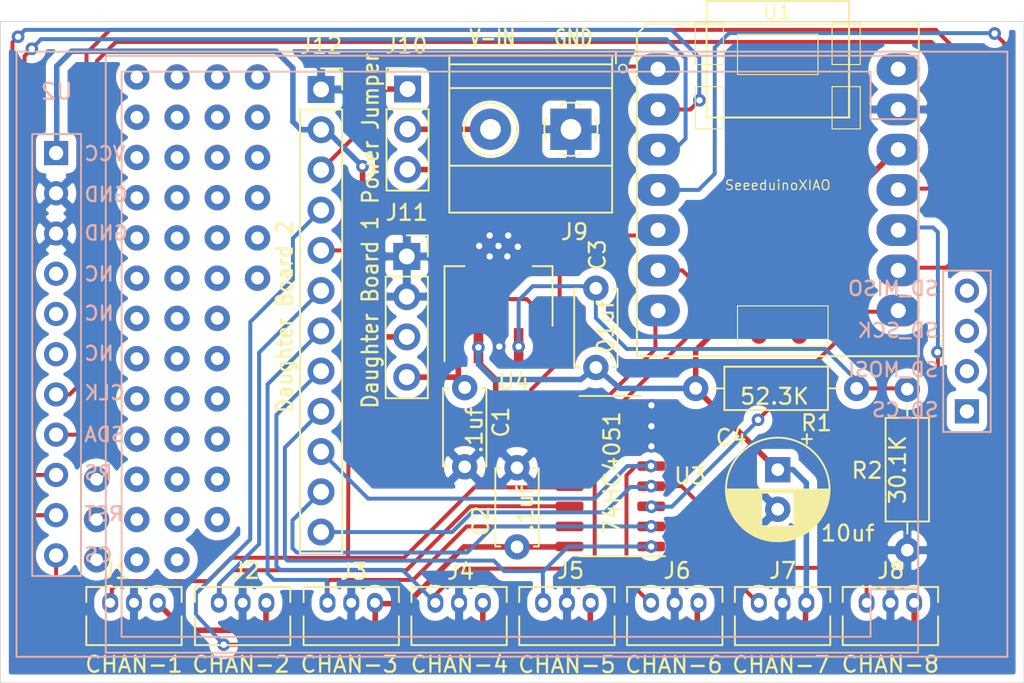
<source format=kicad_pcb>
(kicad_pcb (version 20171130) (host pcbnew 5.1.10-88a1d61d58~90~ubuntu20.04.1)
  (layers (0 F.Cu signal) (31 B.Cu signal) (34 B.Paste user) (35 F.Paste user) (36 B.SilkS user) (37 F.SilkS user) (38 B.Mask user) (39 F.Mask user) (44 Edge.Cuts user))
  (net 0 "")
  (net 1 GND)
  (net 2 "Net-(C1-Pad1)")
  (net 3 3.3V)
  (net 4 "Net-(J1-Pad1)")
  (net 5 "Net-(U1-Pad13)")
  (net 6 "Net-(U1-Pad10)")
  (net 7 "Net-(U1-Pad8)")
  (net 8 "Net-(U1-Pad7)")
  (net 9 "Net-(U1-Pad6)")
  (net 10 "Net-(U1-Pad5)")
  (net 11 "Net-(U1-Pad4)")
  (net 12 "Net-(U1-Pad3)")
  (net 13 "Net-(U1-Pad2)")
  (net 14 "Net-(U1-Pad1)")
  (net 15 "Net-(U1-Pad15)")
  (net 16 "Net-(U1-Pad16)")
  (net 17 "Net-(U1-Pad17)")
  (net 18 "Net-(U1-Pad18)")
  (net 19 "Net-(U1-Pad19)")
  (net 20 "Net-(U2-Pad4)")
  (net 21 "Net-(U2-Pad5)")
  (net 22 "Net-(U2-Pad6)")
  (net 23 "Net-(U2-Pad12)")
  (net 24 "Net-(U2-Pad13)")
  (net 25 "Net-(U2-Pad14)")
  (net 26 "Net-(U2-Pad15)")
  (net 27 "Net-(U1-Pad14)")
  (net 28 "Net-(C3-Pad2)")
  (net 29 "Net-(J12-Pad4)")
  (net 30 "Net-(J12-Pad6)")
  (net 31 "Net-(J12-Pad7)")
  (net 32 "Net-(J12-Pad8)")
  (net 33 "Net-(J12-Pad9)")
  (net 34 "Net-(J12-Pad10)")
  (net 35 "Net-(J10-Pad2)")
  (net 36 "Net-(J10-Pad1)")
  (net 37 "Net-(J12-Pad12)")
  (net 38 "Net-(J12-Pad11)")
  (net 39 "Net-(J12-Pad3)")
  (module SeeeduinoXIAO:SeeeduinoXIAO-MOUDLE14P-2.54-21X17.8MM (layer F.Cu) (at 90.424 103.124)
    (fp_text reference U1 (at 8.84428 -21.72208) (layer F.SilkS) (effects (font (size 0.889 0.889) (thickness 0.1016))))
    (fp_text value SeeeduinoXIAO (at 8.89 -10.795) (layer F.SilkS) (effects (font (size 0.6096 0.6096) (thickness 0.0762))))
    (pad 19 smd circle (at 10.238803 -16.264187 90) (size 1.143 1.143) (layers F.Cu F.Paste F.Mask) (net 19 "Net-(U1-Pad19)"))
    (pad 18 smd circle (at 7.698803 -16.264187 90) (size 1.143 1.143) (layers F.Cu F.Paste F.Mask) (net 18 "Net-(U1-Pad18)"))
    (pad 17 smd circle (at 10.238803 -18.804187 90) (size 1.143 1.143) (layers F.Cu F.Paste F.Mask) (net 17 "Net-(U1-Pad17)"))
    (pad 16 smd circle (at 7.698803 -18.804187 90) (size 1.143 1.143) (layers F.Cu F.Paste F.Mask) (net 16 "Net-(U1-Pad16)"))
    (pad 15 smd oval (at 10.25 -1.8 90) (size 2.032 1.016) (layers F.Cu F.Paste F.Mask) (net 15 "Net-(U1-Pad15)"))
    (pad 14 smd oval (at 7.7 -1.8 90) (size 2.032 1.016) (layers F.Cu F.Paste F.Mask) (net 27 "Net-(U1-Pad14)"))
    (pad 0 thru_hole oval (at 1.33312 -18.11782) (size 2.74828 1.99898) (drill 0.95) (layers *.Cu *.Mask) (net 39 "Net-(J12-Pad3)"))
    (pad 1 thru_hole oval (at 1.33312 -15.57782) (size 2.74828 1.99898) (drill 0.95) (layers *.Cu *.Mask) (net 14 "Net-(U1-Pad1)"))
    (pad 2 thru_hole oval (at 1.33312 -13.03782) (size 2.74828 1.99898) (drill 0.95) (layers *.Cu *.Mask) (net 13 "Net-(U1-Pad2)"))
    (pad 3 thru_hole oval (at 1.33312 -10.49782) (size 2.74828 1.99898) (drill 0.95) (layers *.Cu *.Mask) (net 12 "Net-(U1-Pad3)"))
    (pad 4 thru_hole oval (at 1.33312 -7.95782) (size 2.74828 1.99898) (drill 0.95) (layers *.Cu *.Mask) (net 11 "Net-(U1-Pad4)"))
    (pad 5 thru_hole oval (at 1.33312 -5.41782) (size 2.74828 1.99898) (drill 0.95) (layers *.Cu *.Mask) (net 10 "Net-(U1-Pad5)"))
    (pad 6 thru_hole oval (at 1.33312 -2.87782) (size 2.74828 1.99898) (drill 0.95) (layers *.Cu *.Mask) (net 9 "Net-(U1-Pad6)"))
    (pad 7 thru_hole oval (at 16.49768 -2.87782) (size 2.74828 1.99898) (drill 0.95) (layers *.Cu *.Mask) (net 8 "Net-(U1-Pad7)"))
    (pad 8 thru_hole oval (at 16.49768 -5.41782) (size 2.74828 1.99898) (drill 0.95) (layers *.Cu *.Mask) (net 7 "Net-(U1-Pad8)"))
    (pad 9 thru_hole oval (at 16.49768 -7.95782) (size 2.74828 1.99898) (drill 0.95) (layers *.Cu *.Mask) (net 29 "Net-(J12-Pad4)"))
    (pad 10 thru_hole oval (at 16.49768 -10.49782) (size 2.74828 1.99898) (drill 0.95) (layers *.Cu *.Mask) (net 6 "Net-(U1-Pad10)"))
    (pad 11 thru_hole oval (at 16.49768 -13.03782) (size 2.74828 1.99898) (drill 0.95) (layers *.Cu *.Mask) (net 3 3.3V))
    (pad 12 thru_hole oval (at 16.49768 -15.57782) (size 2.74828 1.99898) (drill 0.95) (layers *.Cu *.Mask) (net 1 GND))
    (pad 13 thru_hole oval (at 16.49768 -18.11782) (size 2.74828 1.99898) (drill 0.95) (layers *.Cu *.Mask) (net 5 "Net-(U1-Pad13)"))
  )
  (module MountingHole_CJN:MountingHole_0.8mm (layer F.Cu) (at 61.3918 115.9764)
    (fp_text reference REF** hide)
    (fp_text value MountingHole_0.8mm hide)
    (pad 47 thru_hole circle (at 0 0) (size 1.6 1.6) (drill 0.8) (layers *.Cu *.Mask))
  )
  (module MountingHole_CJN:MountingHole_0.8mm (layer F.Cu) (at 58.8518 115.9764)
    (fp_text reference REF** hide)
    (fp_text value MountingHole_0.8mm hide)
    (pad 46 thru_hole circle (at 0 0) (size 1.6 1.6) (drill 0.8) (layers *.Cu *.Mask))
  )
  (module MountingHole_CJN:MountingHole_0.8mm (layer F.Cu) (at 56.3118 115.9764)
    (fp_text reference REF** hide)
    (fp_text value MountingHole_0.8mm hide)
    (pad 45 thru_hole circle (at 0 0) (size 1.6 1.6) (drill 0.8) (layers *.Cu *.Mask))
  )
  (module MountingHole_CJN:MountingHole_0.8mm (layer F.Cu) (at 63.9318 113.4364)
    (fp_text reference REF** hide)
    (fp_text value MountingHole_0.8mm hide)
    (pad 44 thru_hole circle (at 0 0) (size 1.6 1.6) (drill 0.8) (layers *.Cu *.Mask))
  )
  (module MountingHole_CJN:MountingHole_0.8mm (layer F.Cu) (at 61.3918 113.4364)
    (fp_text reference REF** hide)
    (fp_text value MountingHole_0.8mm hide)
    (pad 43 thru_hole circle (at 0 0) (size 1.6 1.6) (drill 0.8) (layers *.Cu *.Mask))
  )
  (module MountingHole_CJN:MountingHole_0.8mm (layer F.Cu) (at 58.8518 113.4364)
    (fp_text reference REF** hide)
    (fp_text value MountingHole_0.8mm hide)
    (pad 42 thru_hole circle (at 0 0) (size 1.6 1.6) (drill 0.8) (layers *.Cu *.Mask))
  )
  (module MountingHole_CJN:MountingHole_0.8mm (layer F.Cu) (at 56.3118 113.4364)
    (fp_text reference REF** hide)
    (fp_text value MountingHole_0.8mm hide)
    (pad 41 thru_hole circle (at 0 0) (size 1.6 1.6) (drill 0.8) (layers *.Cu *.Mask))
  )
  (module MountingHole_CJN:MountingHole_0.8mm (layer F.Cu) (at 63.9318 110.8964)
    (fp_text reference REF** hide)
    (fp_text value MountingHole_0.8mm hide)
    (pad 40 thru_hole circle (at 0 0) (size 1.6 1.6) (drill 0.8) (layers *.Cu *.Mask))
  )
  (module MountingHole_CJN:MountingHole_0.8mm (layer F.Cu) (at 61.3918 110.8964)
    (fp_text reference REF** hide)
    (fp_text value MountingHole_0.8mm hide)
    (pad 39 thru_hole circle (at 0 0) (size 1.6 1.6) (drill 0.8) (layers *.Cu *.Mask))
  )
  (module MountingHole_CJN:MountingHole_0.8mm (layer F.Cu) (at 58.8518 110.8964)
    (fp_text reference REF** hide)
    (fp_text value MountingHole_0.8mm hide)
    (pad 38 thru_hole circle (at 0 0) (size 1.6 1.6) (drill 0.8) (layers *.Cu *.Mask))
  )
  (module MountingHole_CJN:MountingHole_0.8mm (layer F.Cu) (at 56.3118 110.8964)
    (fp_text reference REF** hide)
    (fp_text value MountingHole_0.8mm hide)
    (pad 37 thru_hole circle (at 0 0) (size 1.6 1.6) (drill 0.8) (layers *.Cu *.Mask))
  )
  (module MountingHole_CJN:MountingHole_0.8mm (layer F.Cu) (at 63.9318 108.3564)
    (fp_text reference REF** hide)
    (fp_text value MountingHole_0.8mm hide)
    (pad 36 thru_hole circle (at 0 0) (size 1.6 1.6) (drill 0.8) (layers *.Cu *.Mask))
  )
  (module MountingHole_CJN:MountingHole_0.8mm (layer F.Cu) (at 61.3918 108.3564)
    (fp_text reference REF** hide)
    (fp_text value MountingHole_0.8mm hide)
    (pad 35 thru_hole circle (at 0 0) (size 1.6 1.6) (drill 0.8) (layers *.Cu *.Mask))
  )
  (module MountingHole_CJN:MountingHole_0.8mm (layer F.Cu) (at 58.8518 108.3564)
    (fp_text reference REF** hide)
    (fp_text value MountingHole_0.8mm hide)
    (pad 34 thru_hole circle (at 0 0) (size 1.6 1.6) (drill 0.8) (layers *.Cu *.Mask))
  )
  (module MountingHole_CJN:MountingHole_0.8mm (layer F.Cu) (at 63.9318 105.8164)
    (fp_text reference REF** hide)
    (fp_text value MountingHole_0.8mm hide)
    (pad 33 thru_hole circle (at 0 0) (size 1.6 1.6) (drill 0.8) (layers *.Cu *.Mask))
  )
  (module MountingHole_CJN:MountingHole_0.8mm (layer F.Cu) (at 61.3918 105.8164)
    (fp_text reference REF** hide)
    (fp_text value MountingHole_0.8mm hide)
    (pad 32 thru_hole circle (at 0 0) (size 1.6 1.6) (drill 0.8) (layers *.Cu *.Mask))
  )
  (module MountingHole_CJN:MountingHole_0.8mm (layer F.Cu) (at 58.8518 105.8164)
    (fp_text reference REF** hide)
    (fp_text value MountingHole_0.8mm hide)
    (pad 31 thru_hole circle (at 0 0) (size 1.6 1.6) (drill 0.8) (layers *.Cu *.Mask))
  )
  (module MountingHole_CJN:MountingHole_0.8mm (layer F.Cu) (at 63.9318 103.2764)
    (fp_text reference REF** hide)
    (fp_text value MountingHole_0.8mm hide)
    (pad 30 thru_hole circle (at 0 0) (size 1.6 1.6) (drill 0.8) (layers *.Cu *.Mask))
  )
  (module MountingHole_CJN:MountingHole_0.8mm (layer F.Cu) (at 61.3918 103.2764)
    (fp_text reference REF** hide)
    (fp_text value MountingHole_0.8mm hide)
    (pad 29 thru_hole circle (at 0 0) (size 1.6 1.6) (drill 0.8) (layers *.Cu *.Mask))
  )
  (module MountingHole_CJN:MountingHole_0.8mm (layer F.Cu) (at 58.8518 103.2764)
    (fp_text reference REF** hide)
    (fp_text value MountingHole_0.8mm hide)
    (pad 28 thru_hole circle (at 0 0) (size 1.6 1.6) (drill 0.8) (layers *.Cu *.Mask))
  )
  (module MountingHole_CJN:MountingHole_0.8mm (layer F.Cu) (at 63.9318 100.7364)
    (fp_text reference REF** hide)
    (fp_text value MountingHole_0.8mm hide)
    (pad 27 thru_hole circle (at 0 0) (size 1.6 1.6) (drill 0.8) (layers *.Cu *.Mask))
  )
  (module MountingHole_CJN:MountingHole_0.8mm (layer F.Cu) (at 61.3918 100.7364)
    (fp_text reference REF** hide)
    (fp_text value MountingHole_0.8mm hide)
    (pad 26 thru_hole circle (at 0 0) (size 1.6 1.6) (drill 0.8) (layers *.Cu *.Mask))
  )
  (module MountingHole_CJN:MountingHole_0.8mm (layer F.Cu) (at 58.8518 100.7364)
    (fp_text reference REF** hide)
    (fp_text value MountingHole_0.8mm hide)
    (pad 25 thru_hole circle (at 0 0) (size 1.6 1.6) (drill 0.8) (layers *.Cu *.Mask))
  )
  (module MountingHole_CJN:MountingHole_0.8mm (layer F.Cu) (at 66.4718 98.1964)
    (fp_text reference REF** hide)
    (fp_text value MountingHole_0.8mm hide)
    (pad 24 thru_hole circle (at 0 0) (size 1.6 1.6) (drill 0.8) (layers *.Cu *.Mask))
  )
  (module MountingHole_CJN:MountingHole_0.8mm (layer F.Cu) (at 63.9318 98.1964)
    (fp_text reference REF** hide)
    (fp_text value MountingHole_0.8mm hide)
    (pad 23 thru_hole circle (at 0 0) (size 1.6 1.6) (drill 0.8) (layers *.Cu *.Mask))
  )
  (module MountingHole_CJN:MountingHole_0.8mm (layer F.Cu) (at 61.3918 98.1964)
    (fp_text reference REF** hide)
    (fp_text value MountingHole_0.8mm hide)
    (pad 22 thru_hole circle (at 0 0) (size 1.6 1.6) (drill 0.8) (layers *.Cu *.Mask))
  )
  (module MountingHole_CJN:MountingHole_0.8mm (layer F.Cu) (at 58.8518 98.1964)
    (fp_text reference REF** hide)
    (fp_text value MountingHole_0.8mm hide)
    (pad 21 thru_hole circle (at 0 0) (size 1.6 1.6) (drill 0.8) (layers *.Cu *.Mask))
  )
  (module MountingHole_CJN:MountingHole_0.8mm (layer F.Cu) (at 66.4718 95.6564)
    (fp_text reference REF** hide)
    (fp_text value MountingHole_0.8mm hide)
    (pad 20 thru_hole circle (at 0 0) (size 1.6 1.6) (drill 0.8) (layers *.Cu *.Mask))
  )
  (module MountingHole_CJN:MountingHole_0.8mm (layer F.Cu) (at 63.9318 95.6564)
    (fp_text reference REF** hide)
    (fp_text value MountingHole_0.8mm hide)
    (pad 19 thru_hole circle (at 0 0) (size 1.6 1.6) (drill 0.8) (layers *.Cu *.Mask))
  )
  (module MountingHole_CJN:MountingHole_0.8mm (layer F.Cu) (at 61.3918 95.6564)
    (fp_text reference REF** hide)
    (fp_text value MountingHole_0.8mm hide)
    (pad 18 thru_hole circle (at 0 0) (size 1.6 1.6) (drill 0.8) (layers *.Cu *.Mask))
  )
  (module MountingHole_CJN:MountingHole_0.8mm (layer F.Cu) (at 58.8518 95.6564)
    (fp_text reference REF** hide)
    (fp_text value MountingHole_0.8mm hide)
    (pad 17 thru_hole circle (at 0 0) (size 1.6 1.6) (drill 0.8) (layers *.Cu *.Mask))
  )
  (module MountingHole_CJN:MountingHole_0.8mm (layer F.Cu) (at 66.4718 93.1164)
    (fp_text reference REF** hide)
    (fp_text value MountingHole_0.8mm hide)
    (pad 16 thru_hole circle (at 0 0) (size 1.6 1.6) (drill 0.8) (layers *.Cu *.Mask))
  )
  (module MountingHole_CJN:MountingHole_0.8mm (layer F.Cu) (at 63.9318 93.1164)
    (fp_text reference REF** hide)
    (fp_text value MountingHole_0.8mm hide)
    (pad 15 thru_hole circle (at 0 0) (size 1.6 1.6) (drill 0.8) (layers *.Cu *.Mask))
  )
  (module MountingHole_CJN:MountingHole_0.8mm (layer F.Cu) (at 61.3918 93.1164)
    (fp_text reference REF** hide)
    (fp_text value MountingHole_0.8mm hide)
    (pad 14 thru_hole circle (at 0 0) (size 1.6 1.6) (drill 0.8) (layers *.Cu *.Mask))
  )
  (module MountingHole_CJN:MountingHole_0.8mm (layer F.Cu) (at 58.8518 93.1164)
    (fp_text reference REF** hide)
    (fp_text value MountingHole_0.8mm hide)
    (pad 13 thru_hole circle (at 0 0) (size 1.6 1.6) (drill 0.8) (layers *.Cu *.Mask))
  )
  (module MountingHole_CJN:MountingHole_0.8mm (layer F.Cu) (at 66.4718 90.5764)
    (fp_text reference REF** hide)
    (fp_text value MountingHole_0.8mm hide)
    (pad 12 thru_hole circle (at 0 0) (size 1.6 1.6) (drill 0.8) (layers *.Cu *.Mask))
  )
  (module MountingHole_CJN:MountingHole_0.8mm (layer F.Cu) (at 63.9318 90.5764)
    (fp_text reference REF** hide)
    (fp_text value MountingHole_0.8mm hide)
    (pad 11 thru_hole circle (at 0 0) (size 1.6 1.6) (drill 0.8) (layers *.Cu *.Mask))
  )
  (module MountingHole_CJN:MountingHole_0.8mm (layer F.Cu) (at 61.3918 90.5764)
    (fp_text reference REF** hide)
    (fp_text value MountingHole_0.8mm hide)
    (pad 10 thru_hole circle (at 0 0) (size 1.6 1.6) (drill 0.8) (layers *.Cu *.Mask))
  )
  (module MountingHole_CJN:MountingHole_0.8mm (layer F.Cu) (at 58.8518 90.5764)
    (fp_text reference REF** hide)
    (fp_text value MountingHole_0.8mm hide)
    (pad 9 thru_hole circle (at 0 0) (size 1.6 1.6) (drill 0.8) (layers *.Cu *.Mask))
  )
  (module MountingHole_CJN:MountingHole_0.8mm (layer F.Cu) (at 66.4718 88.0364)
    (fp_text reference REF** hide)
    (fp_text value MountingHole_0.8mm hide)
    (pad 8 thru_hole circle (at 0 0) (size 1.6 1.6) (drill 0.8) (layers *.Cu *.Mask))
  )
  (module MountingHole_CJN:MountingHole_0.8mm (layer F.Cu) (at 63.9318 88.0364)
    (fp_text reference REF** hide)
    (fp_text value MountingHole_0.8mm hide)
    (pad 7 thru_hole circle (at 0 0) (size 1.6 1.6) (drill 0.8) (layers *.Cu *.Mask))
  )
  (module MountingHole_CJN:MountingHole_0.8mm (layer F.Cu) (at 61.3918 88.0364)
    (fp_text reference REF** hide)
    (fp_text value MountingHole_0.8mm hide)
    (pad 6 thru_hole circle (at 0 0) (size 1.6 1.6) (drill 0.8) (layers *.Cu *.Mask))
  )
  (module MountingHole_CJN:MountingHole_0.8mm (layer F.Cu) (at 58.8518 88.0364)
    (fp_text reference REF** hide)
    (fp_text value MountingHole_0.8mm hide)
    (pad 5 thru_hole circle (at 0 0) (size 1.6 1.6) (drill 0.8) (layers *.Cu *.Mask))
  )
  (module MountingHole_CJN:MountingHole_0.8mm (layer F.Cu) (at 66.4718 85.4964)
    (fp_text reference REF** hide)
    (fp_text value MountingHole_0.8mm hide)
    (pad 4 thru_hole circle (at 0 0) (size 1.6 1.6) (drill 0.8) (layers *.Cu *.Mask))
  )
  (module MountingHole_CJN:MountingHole_0.8mm (layer F.Cu) (at 63.9318 85.4964)
    (fp_text reference REF** hide)
    (fp_text value MountingHole_0.8mm hide)
    (pad 3 thru_hole circle (at 0 0) (size 1.6 1.6) (drill 0.8) (layers *.Cu *.Mask))
  )
  (module MountingHole_CJN:MountingHole_0.8mm (layer F.Cu) (at 61.3918 85.4964)
    (fp_text reference REF** hide)
    (fp_text value MountingHole_0.8mm hide)
    (pad 2 thru_hole circle (at 0 0) (size 1.6 1.6) (drill 0.8) (layers *.Cu *.Mask))
  )
  (module MountingHole_CJN:MountingHole_0.8mm (layer F.Cu) (at 58.8518 85.4964)
    (fp_text reference REF** hide)
    (fp_text value MountingHole_0.8mm hide)
    (pad 1 thru_hole circle (at 0 0) (size 1.6 1.6) (drill 0.8) (layers *.Cu *.Mask))
  )
  (module LCD-TFT:LCD-TFT-2.0in-176-220 (layer B.Cu) (at 51.2572 122.0978)
    (fp_text reference U2 (at 2.54 -35.687) (layer B.SilkS) (effects (justify mirror)))
    (fp_text value LCD-TFT-2.0in-176-220)
    (fp_text user VCC (at 4.19 -31.76016) (layer B.SilkS) (effects (font (size 0.9 0.9)) (justify right mirror)))
    (fp_text user GND (at 4.19 -29.17952) (layer B.SilkS) (effects (font (size 0.9 0.9)) (justify right mirror)))
    (fp_text user GND (at 4.19 -26.7462) (layer B.SilkS) (effects (font (size 0.9 0.9)) (justify right mirror)))
    (fp_text user NC (at 4.19 -24.16048) (layer B.SilkS) (effects (font (size 0.9 0.9)) (justify right mirror)))
    (fp_text user NC (at 4.19 -21.68144) (layer B.SilkS) (effects (font (size 0.9 0.9)) (justify right mirror)))
    (fp_text user NC (at 4.19 -19.14652) (layer B.SilkS) (effects (font (size 0.9 0.9)) (justify right mirror)))
    (fp_text user CLK (at 4.19 -16.6624) (layer B.SilkS) (effects (font (size 0.9 0.9)) (justify right mirror)))
    (fp_text user SDA (at 4.19 -14.02588) (layer B.SilkS) (effects (font (size 0.9 0.9)) (justify right mirror)))
    (fp_text user RS (at 4.19 -11.59764) (layer B.SilkS) (effects (font (size 0.9 0.9)) (justify right mirror)))
    (fp_text user RST (at 4.19 -9.01192) (layer B.SilkS) (effects (font (size 0.9 0.9)) (justify right mirror)))
    (fp_text user CS (at 4.19 -6.4262) (layer B.SilkS) (effects (font (size 0.9 0.9)) (justify right mirror)))
    (fp_text user SD_MISO (at 58.3 -23.24608) (layer B.SilkS) (effects (font (size 0.9 0.9)) (justify left mirror)))
    (fp_text user SD_SCK (at 58.3 -20.5994) (layer B.SilkS) (effects (font (size 0.9 0.9)) (justify left mirror)))
    (fp_text user SD_MOSI (at 58.3 -18.12036) (layer B.SilkS) (effects (font (size 0.9 0.9)) (justify left mirror)))
    (fp_text user SD_CS (at 58.3 -15.58544) (layer B.SilkS) (effects (font (size 0.9 0.9)) (justify left mirror)))
    (pad 12 thru_hole rect (at 60 -15.49) (size 1.524 1.524) (drill 0.9) (layers *.Cu *.Mask) (net 23 "Net-(U2-Pad12)"))
    (pad 13 thru_hole circle (at 60 -18.03) (size 1.524 1.524) (drill 0.9) (layers *.Cu *.Mask) (net 24 "Net-(U2-Pad13)"))
    (pad 14 thru_hole circle (at 60 -20.57) (size 1.524 1.524) (drill 0.9) (layers *.Cu *.Mask) (net 25 "Net-(U2-Pad14)"))
    (pad 15 thru_hole circle (at 60 -23.11) (size 1.524 1.524) (drill 0.9) (layers *.Cu *.Mask) (net 26 "Net-(U2-Pad15)"))
    (pad 1 thru_hole rect (at 2.5 -31.8) (size 1.524 1.524) (drill 0.9) (layers *.Cu *.Mask) (net 3 3.3V))
    (pad 2 thru_hole circle (at 2.5 -29.26) (size 1.524 1.524) (drill 0.9) (layers *.Cu *.Mask) (net 1 GND))
    (pad 3 thru_hole circle (at 2.5 -26.72) (size 1.524 1.524) (drill 0.9) (layers *.Cu *.Mask) (net 1 GND))
    (pad 4 thru_hole circle (at 2.5 -24.18) (size 1.524 1.524) (drill 0.9) (layers *.Cu *.Mask) (net 20 "Net-(U2-Pad4)"))
    (pad 5 thru_hole circle (at 2.5 -21.64) (size 1.524 1.524) (drill 0.9) (layers *.Cu *.Mask) (net 21 "Net-(U2-Pad5)"))
    (pad 6 thru_hole circle (at 2.5 -19.1) (size 1.524 1.524) (drill 0.9) (layers *.Cu *.Mask) (net 22 "Net-(U2-Pad6)"))
    (pad 7 thru_hole circle (at 2.5 -16.56) (size 1.524 1.524) (drill 0.9) (layers *.Cu *.Mask) (net 7 "Net-(U1-Pad8)"))
    (pad 8 thru_hole circle (at 2.5 -14.02) (size 1.524 1.524) (drill 0.9) (layers *.Cu *.Mask) (net 6 "Net-(U1-Pad10)"))
    (pad 9 thru_hole circle (at 2.5 -11.48) (size 1.524 1.524) (drill 0.9) (layers *.Cu *.Mask) (net 13 "Net-(U1-Pad2)"))
    (pad 10 thru_hole circle (at 2.5 -8.94) (size 1.524 1.524) (drill 0.9) (layers *.Cu *.Mask) (net 14 "Net-(U1-Pad1)"))
    (pad 11 thru_hole circle (at 2.5 -6.4) (size 1.524 1.524) (drill 0.9) (layers *.Cu *.Mask) (net 12 "Net-(U1-Pad3)"))
  )
  (module Connector_PinSocket_2.54mm:PinSocket_1x12_P2.54mm_Vertical (layer F.Cu) (at 70.485 86.2838)
    (fp_text reference J12 (at 0 -2.77) (layer F.SilkS))
    (fp_text value "Daughter Board 2" (at -2.3114 14.351 90) (layer F.SilkS) (effects (font (size 1 0.9))))
    (pad 12 thru_hole oval (at 0 27.94) (size 1.7 1.7) (drill 1) (layers *.Cu *.Mask) (net 37 "Net-(J12-Pad12)"))
    (pad 11 thru_hole oval (at 0 25.4) (size 1.7 1.7) (drill 1) (layers *.Cu *.Mask) (net 38 "Net-(J12-Pad11)"))
    (pad 10 thru_hole oval (at 0 22.86) (size 1.7 1.7) (drill 1) (layers *.Cu *.Mask) (net 34 "Net-(J12-Pad10)"))
    (pad 9 thru_hole oval (at 0 20.32) (size 1.7 1.7) (drill 1) (layers *.Cu *.Mask) (net 33 "Net-(J12-Pad9)"))
    (pad 8 thru_hole oval (at 0 17.78) (size 1.7 1.7) (drill 1) (layers *.Cu *.Mask) (net 32 "Net-(J12-Pad8)"))
    (pad 7 thru_hole oval (at 0 15.24) (size 1.7 1.7) (drill 1) (layers *.Cu *.Mask) (net 31 "Net-(J12-Pad7)"))
    (pad 6 thru_hole oval (at 0 12.7) (size 1.7 1.7) (drill 1) (layers *.Cu *.Mask) (net 30 "Net-(J12-Pad6)"))
    (pad 5 thru_hole oval (at 0 10.16) (size 1.7 1.7) (drill 1) (layers *.Cu *.Mask) (net 4 "Net-(J1-Pad1)"))
    (pad 4 thru_hole oval (at 0 7.62) (size 1.7 1.7) (drill 1) (layers *.Cu *.Mask) (net 29 "Net-(J12-Pad4)"))
    (pad 3 thru_hole oval (at 0 5.08) (size 1.7 1.7) (drill 1) (layers *.Cu *.Mask) (net 39 "Net-(J12-Pad3)"))
    (pad 2 thru_hole oval (at 0 2.54) (size 1.7 1.7) (drill 1) (layers *.Cu *.Mask) (net 3 3.3V))
    (pad 1 thru_hole rect (at 0 0) (size 1.7 1.7) (drill 1) (layers *.Cu *.Mask) (net 1 GND))
  )
  (module Connector_PinHeader_2.54mm:PinHeader_1x03_P2.54mm_Vertical (layer F.Cu) (at 75.946 86.2584)
    (fp_text reference J10 (at -0.0762 -2.7686) (layer F.SilkS))
    (fp_text value "Power Jumper" (at -2.3368 2.4892 90) (layer F.SilkS) (effects (font (size 1 0.9))))
    (pad 3 thru_hole oval (at 0 5.08) (size 1.7 1.7) (drill 1) (layers *.Cu *.Mask) (net 2 "Net-(C1-Pad1)"))
    (pad 2 thru_hole oval (at 0 2.54) (size 1.7 1.7) (drill 1) (layers *.Cu *.Mask) (net 35 "Net-(J10-Pad2)"))
    (pad 1 thru_hole rect (at 0 0) (size 1.7 1.7) (drill 1) (layers *.Cu *.Mask) (net 36 "Net-(J10-Pad1)"))
  )
  (module Connector_PinSocket_2.54mm:PinSocket_1x04_P2.54mm_Vertical (layer F.Cu) (at 75.8952 96.8248)
    (fp_text reference J11 (at 0 -2.77) (layer F.SilkS))
    (fp_text value "Daughter Board 1" (at -2.3114 3.5306 90) (layer F.SilkS) (effects (font (size 1 0.9))))
    (pad 4 thru_hole oval (at 0 7.62) (size 1.7 1.7) (drill 1) (layers *.Cu *.Mask) (net 2 "Net-(C1-Pad1)"))
    (pad 3 thru_hole oval (at 0 5.08) (size 1.7 1.7) (drill 1) (layers *.Cu *.Mask) (net 36 "Net-(J10-Pad1)"))
    (pad 2 thru_hole oval (at 0 2.54) (size 1.7 1.7) (drill 1) (layers *.Cu *.Mask) (net 1 GND))
    (pad 1 thru_hole rect (at 0 0) (size 1.7 1.7) (drill 1) (layers *.Cu *.Mask) (net 1 GND))
  )
  (module Connectors_JST_CJN:JST_CJN_1x03_P1.50mm_Vertical (layer F.Cu) (at 106.426 119.5324)
    (fp_text reference J8 (at 0.0254 -2.8702) (layer F.SilkS))
    (fp_text value CHAN-8 (at 0 3.048) (layer F.SilkS))
    (pad 3 thru_hole oval (at 1.5 -0.84) (size 1 1.25) (drill 0.62) (layers *.Cu *.Mask) (net 3 3.3V))
    (pad 1 thru_hole oval (at -1.5 -0.84) (size 1 1.25) (drill 0.62) (layers *.Cu *.Mask) (net 37 "Net-(J12-Pad12)"))
    (pad 2 thru_hole oval (at 0 -0.84) (size 1 1.25) (drill 0.62) (layers *.Cu *.Mask) (net 1 GND))
  )
  (module Connectors_JST_CJN:JST_CJN_1x03_P1.50mm_Vertical (layer F.Cu) (at 99.6188 119.5324)
    (fp_text reference J7 (at 0 -2.8702) (layer F.SilkS))
    (fp_text value CHAN-7 (at -0.1016 3.0734) (layer F.SilkS))
    (pad 3 thru_hole oval (at 1.5 -0.84) (size 1 1.25) (drill 0.62) (layers *.Cu *.Mask) (net 3 3.3V))
    (pad 1 thru_hole oval (at -1.5 -0.84) (size 1 1.25) (drill 0.62) (layers *.Cu *.Mask) (net 38 "Net-(J12-Pad11)"))
    (pad 2 thru_hole oval (at 0 -0.84) (size 1 1.25) (drill 0.62) (layers *.Cu *.Mask) (net 1 GND))
  )
  (module Connectors_JST_CJN:JST_CJN_1x03_P1.50mm_Vertical (layer F.Cu) (at 92.8116 119.5324)
    (fp_text reference J6 (at 0.1524 -2.8702) (layer F.SilkS))
    (fp_text value CHAN-6 (at -0.0508 3.0734) (layer F.SilkS))
    (pad 3 thru_hole oval (at 1.5 -0.84) (size 1 1.25) (drill 0.62) (layers *.Cu *.Mask) (net 3 3.3V))
    (pad 1 thru_hole oval (at -1.5 -0.84) (size 1 1.25) (drill 0.62) (layers *.Cu *.Mask) (net 34 "Net-(J12-Pad10)"))
    (pad 2 thru_hole oval (at 0 -0.84) (size 1 1.25) (drill 0.62) (layers *.Cu *.Mask) (net 1 GND))
  )
  (module Connectors_JST_CJN:JST_CJN_1x03_P1.50mm_Vertical (layer F.Cu) (at 86.0044 119.5324)
    (fp_text reference J5 (at 0.2286 -2.8702) (layer F.SilkS))
    (fp_text value CHAN-5 (at 0 3.0734) (layer F.SilkS))
    (pad 3 thru_hole oval (at 1.5 -0.84) (size 1 1.25) (drill 0.62) (layers *.Cu *.Mask) (net 3 3.3V))
    (pad 1 thru_hole oval (at -1.5 -0.84) (size 1 1.25) (drill 0.62) (layers *.Cu *.Mask) (net 33 "Net-(J12-Pad9)"))
    (pad 2 thru_hole oval (at 0 -0.84) (size 1 1.25) (drill 0.62) (layers *.Cu *.Mask) (net 1 GND))
  )
  (module Connectors_JST_CJN:JST_CJN_1x03_P1.50mm_Vertical (layer F.Cu) (at 79.1972 119.5324)
    (fp_text reference J4 (at 0.1016 -2.8194) (layer F.SilkS))
    (fp_text value CHAN-4 (at 0.0254 3.048) (layer F.SilkS))
    (pad 3 thru_hole oval (at 1.5 -0.84) (size 1 1.25) (drill 0.62) (layers *.Cu *.Mask) (net 3 3.3V))
    (pad 1 thru_hole oval (at -1.5 -0.84) (size 1 1.25) (drill 0.62) (layers *.Cu *.Mask) (net 32 "Net-(J12-Pad8)"))
    (pad 2 thru_hole oval (at 0 -0.84) (size 1 1.25) (drill 0.62) (layers *.Cu *.Mask) (net 1 GND))
  )
  (module Connectors_JST_CJN:JST_CJN_1x03_P1.50mm_Vertical (layer F.Cu) (at 72.39 119.5324)
    (fp_text reference J3 (at 0.1524 -2.8194) (layer F.SilkS))
    (fp_text value CHAN-3 (at -0.127 3.048) (layer F.SilkS))
    (pad 3 thru_hole oval (at 1.5 -0.84) (size 1 1.25) (drill 0.62) (layers *.Cu *.Mask) (net 3 3.3V))
    (pad 1 thru_hole oval (at -1.5 -0.84) (size 1 1.25) (drill 0.62) (layers *.Cu *.Mask) (net 31 "Net-(J12-Pad7)"))
    (pad 2 thru_hole oval (at 0 -0.84) (size 1 1.25) (drill 0.62) (layers *.Cu *.Mask) (net 1 GND))
  )
  (module Connectors_JST_CJN:JST_CJN_1x03_P1.50mm_Vertical (layer F.Cu) (at 65.532 119.5324)
    (fp_text reference J2 (at 0.2286 -2.8702) (layer F.SilkS))
    (fp_text value CHAN-2 (at -0.1016 3.048) (layer F.SilkS))
    (pad 2 thru_hole oval (at 0 -0.84) (size 1 1.25) (drill 0.62) (layers *.Cu *.Mask) (net 1 GND))
    (pad 1 thru_hole oval (at -1.5 -0.84) (size 1 1.25) (drill 0.62) (layers *.Cu *.Mask) (net 30 "Net-(J12-Pad6)"))
    (pad 3 thru_hole oval (at 1.5 -0.84) (size 1 1.25) (drill 0.62) (layers *.Cu *.Mask) (net 3 3.3V))
  )
  (module Connectors_JST_CJN:JST_CJN_1x03_P1.50mm_Vertical (layer F.Cu) (at 58.674 119.5324)
    (fp_text reference J1 (at -1.1176 -2.8702) (layer F.SilkS))
    (fp_text value CHAN-1 (at 0 3.048) (layer F.SilkS))
    (pad 3 thru_hole oval (at 1.5 -0.84) (size 1 1.25) (drill 0.62) (layers *.Cu *.Mask) (net 3 3.3V))
    (pad 1 thru_hole oval (at -1.5 -0.84) (size 1 1.25) (drill 0.62) (layers *.Cu *.Mask) (net 4 "Net-(J1-Pad1)"))
    (pad 2 thru_hole oval (at 0 -0.84) (size 1 1.25) (drill 0.62) (layers *.Cu *.Mask) (net 1 GND))
  )
  (module Package_TO_SOT_SMD:SOT-223-6_TabPin3 (layer F.Cu) (at 81.6864 99.314 90)
    (fp_text reference U4 (at -5.4356 0.9652 180) (layer F.SilkS))
    (fp_text value TPS73601_SOT223)
    (pad 4 smd rect (at -3.1375 1.27 90) (size 2.2 0.6) (layers F.Cu F.Paste F.Mask) (net 28 "Net-(C3-Pad2)"))
    (pad 2 smd rect (at -3.1375 -1.27 90) (size 2.2 0.6) (layers F.Cu F.Paste F.Mask) (net 3 3.3V))
    (pad 3 smd rect (at 3.1625 0 90) (size 2.15 3.45) (layers F.Cu F.Paste F.Mask) (net 1 GND))
    (pad 3 smd rect (at -3.1375 0 90) (size 2.2 0.6) (layers F.Cu F.Paste F.Mask) (net 1 GND))
    (pad 5 smd rect (at -3.1375 2.54 90) (size 2.2 0.6) (layers F.Cu F.Paste F.Mask) (net 2 "Net-(C1-Pad1)"))
    (pad 1 smd rect (at -3.1375 -2.54 90) (size 2.2 0.6) (layers F.Cu F.Paste F.Mask) (net 2 "Net-(C1-Pad1)"))
  )
  (module Capacitor_THT:C_Disc_D4.7mm_W2.5mm_P5.00mm (layer F.Cu) (at 79.5528 105.1052 270)
    (fp_text reference C1 (at 2.1844 -2.286 270) (layer F.SilkS))
    (fp_text value .1uf (at 2.6924 -0.6096 90) (layer F.SilkS))
    (pad 2 thru_hole circle (at 5 0 270) (size 1.6 1.6) (drill 0.8) (layers *.Cu *.Mask) (net 1 GND))
    (pad 1 thru_hole circle (at 0 0 270) (size 1.6 1.6) (drill 0.8) (layers *.Cu *.Mask) (net 2 "Net-(C1-Pad1)"))
  )
  (module Capacitor_THT:C_Disc_D4.7mm_W2.5mm_P5.00mm (layer F.Cu) (at 82.8548 115.1636 90)
    (fp_text reference C2 (at 1.6256 -2.286 90) (layer F.SilkS))
    (fp_text value .1uf (at 2.4384 0.508 90) (layer F.SilkS))
    (pad 1 thru_hole circle (at 0 0 90) (size 1.6 1.6) (drill 0.8) (layers *.Cu *.Mask) (net 3 3.3V))
    (pad 2 thru_hole circle (at 5 0 90) (size 1.6 1.6) (drill 0.8) (layers *.Cu *.Mask) (net 1 GND))
  )
  (module Capacitor_THT:C_Disc_D4.7mm_W2.5mm_P5.00mm (layer F.Cu) (at 87.8332 103.8352 90)
    (fp_text reference C3 (at 7.112 0.1016 90) (layer F.SilkS))
    (fp_text value .01uf (at 2.3368 0.6096 90) (layer F.SilkS))
    (pad 1 thru_hole circle (at 0 0 90) (size 1.6 1.6) (drill 0.8) (layers *.Cu *.Mask) (net 3 3.3V))
    (pad 2 thru_hole circle (at 5 0 90) (size 1.6 1.6) (drill 0.8) (layers *.Cu *.Mask) (net 28 "Net-(C3-Pad2)"))
  )
  (module Capacitor_THT:CP_Radial_D6.3mm_P2.50mm (layer F.Cu) (at 99.314 110.2868 270)
    (fp_text reference C4 (at -2.032 2.9464 180) (layer F.SilkS))
    (fp_text value 10uf (at 4.0132 -4.4196 180) (layer F.SilkS))
    (pad 1 thru_hole rect (at 0 0 270) (size 1.6 1.6) (drill 0.8) (layers *.Cu *.Mask) (net 3 3.3V))
    (pad 2 thru_hole circle (at 2.5 0 270) (size 1.6 1.6) (drill 0.8) (layers *.Cu *.Mask) (net 1 GND))
  )
  (module TerminalBlock_Phoenix:TerminalBlock_Phoenix_MKDS-1,5-2-5.08_1x02_P5.08mm_Horizontal (layer F.Cu) (at 86.2584 88.7984 180)
    (fp_text reference J9 (at -0.2286 -6.477) (layer F.SilkS))
    (fp_text value "V-IN    GND" (at 2.5146 5.7658) (layer F.SilkS) (effects (font (size 1 0.8))))
    (pad 1 thru_hole rect (at 0 0 180) (size 2.6 2.6) (drill 1.3) (layers *.Cu *.Mask) (net 1 GND))
    (pad 2 thru_hole circle (at 5.08 0 180) (size 2.6 2.6) (drill 1.3) (layers *.Cu *.Mask) (net 35 "Net-(J10-Pad2)"))
  )
  (module Resistor_THT:R_Axial_DIN0207_L6.3mm_D2.5mm_P10.16mm_Horizontal (layer F.Cu) (at 94.1324 105.156)
    (fp_text reference R1 (at 7.62 2.1844) (layer F.SilkS))
    (fp_text value 52.3K (at 4.9784 0.508) (layer F.SilkS))
    (pad 2 thru_hole oval (at 10.16 0) (size 1.6 1.6) (drill 0.8) (layers *.Cu *.Mask) (net 28 "Net-(C3-Pad2)"))
    (pad 1 thru_hole circle (at 0 0) (size 1.6 1.6) (drill 0.8) (layers *.Cu *.Mask) (net 3 3.3V))
  )
  (module Resistor_THT:R_Axial_DIN0207_L6.3mm_D2.5mm_P10.16mm_Horizontal (layer F.Cu) (at 107.4928 105.2068 270)
    (fp_text reference R2 (at 5.1308 2.54 180) (layer F.SilkS))
    (fp_text value 30.1K (at 5.08 0.6096 90) (layer F.SilkS))
    (pad 1 thru_hole circle (at 0 0 270) (size 1.6 1.6) (drill 0.8) (layers *.Cu *.Mask) (net 28 "Net-(C3-Pad2)"))
    (pad 2 thru_hole oval (at 10.16 0 270) (size 1.6 1.6) (drill 0.8) (layers *.Cu *.Mask) (net 1 GND))
  )
  (module Package_SO:SO-16_3.9x9.9mm_P1.27mm (layer F.Cu) (at 88.7476 110.6932 180)
    (fp_text reference U3 (at -5.0292 0) (layer F.SilkS))
    (fp_text value 74HC4051 (at -0.1016 0.2032 90) (layer F.SilkS))
    (pad 1 smd roundrect (at -2.575 -4.445 180) (size 1.75 0.6) (layers F.Cu F.Paste F.Mask) (net 33 "Net-(J12-Pad9)"))
    (pad 2 smd roundrect (at -2.575 -3.175 180) (size 1.75 0.6) (layers F.Cu F.Paste F.Mask) (net 38 "Net-(J12-Pad11)"))
    (pad 3 smd roundrect (at -2.575 -1.905 180) (size 1.75 0.6) (layers F.Cu F.Paste F.Mask) (net 8 "Net-(U1-Pad7)"))
    (pad 4 smd roundrect (at -2.575 -0.635 180) (size 1.75 0.6) (layers F.Cu F.Paste F.Mask) (net 37 "Net-(J12-Pad12)"))
    (pad 5 smd roundrect (at -2.575 0.635 180) (size 1.75 0.6) (layers F.Cu F.Paste F.Mask) (net 34 "Net-(J12-Pad10)"))
    (pad 6 smd roundrect (at -2.575 1.905 180) (size 1.75 0.6) (layers F.Cu F.Paste F.Mask) (net 1 GND))
    (pad 7 smd roundrect (at -2.575 3.175 180) (size 1.75 0.6) (layers F.Cu F.Paste F.Mask) (net 1 GND))
    (pad 8 smd roundrect (at -2.575 4.445 180) (size 1.75 0.6) (layers F.Cu F.Paste F.Mask) (net 1 GND))
    (pad 9 smd roundrect (at 2.575 4.445 180) (size 1.75 0.6) (layers F.Cu F.Paste F.Mask) (net 9 "Net-(U1-Pad6)"))
    (pad 10 smd roundrect (at 2.575 3.175 180) (size 1.75 0.6) (layers F.Cu F.Paste F.Mask) (net 10 "Net-(U1-Pad5)"))
    (pad 11 smd roundrect (at 2.575 1.905 180) (size 1.75 0.6) (layers F.Cu F.Paste F.Mask) (net 11 "Net-(U1-Pad4)"))
    (pad 12 smd roundrect (at 2.575 0.635 180) (size 1.75 0.6) (layers F.Cu F.Paste F.Mask) (net 32 "Net-(J12-Pad8)"))
    (pad 13 smd roundrect (at 2.575 -0.635 180) (size 1.75 0.6) (layers F.Cu F.Paste F.Mask) (net 4 "Net-(J1-Pad1)"))
    (pad 14 smd roundrect (at 2.575 -1.905 180) (size 1.75 0.6) (layers F.Cu F.Paste F.Mask) (net 30 "Net-(J12-Pad6)"))
    (pad 15 smd roundrect (at 2.575 -3.175 180) (size 1.75 0.6) (layers F.Cu F.Paste F.Mask) (net 31 "Net-(J12-Pad7)"))
    (pad 16 smd roundrect (at 2.575 -4.445 180) (size 1.75 0.6) (layers F.Cu F.Paste F.Mask) (net 3 3.3V))
  )
  (gr_line (start 50.2412 123.7488) (end 50.2412 81.9912) (layer Edge.Cuts) (width 0.05))
  (gr_line (start 114.8588 123.7488) (end 50.2412 123.7488) (layer Edge.Cuts) (width 0.05))
  (gr_line (start 114.8588 81.9912) (end 114.8588 123.7488) (layer Edge.Cuts) (width 0.05))
  (gr_line (start 50.2412 81.9912) (end 114.8588 81.9912) (layer Edge.Cuts) (width 0.05))
  (via (at 81.1276 96.8248) (size 0.8) (drill 0.4) (layers F.Cu B.Cu) (net 1))
  (via (at 82.2452 96.8248) (size 0.8) (drill 0.4) (layers F.Cu B.Cu) (net 1))
  (via (at 82.296 95.504) (size 0.8) (drill 0.4) (layers F.Cu B.Cu) (net 1))
  (via (at 81.1276 95.504) (size 0.8) (drill 0.4) (layers F.Cu B.Cu) (net 1))
  (via (at 80.4672 96.1644) (size 0.8) (drill 0.4) (layers F.Cu B.Cu) (net 1))
  (via (at 82.9056 96.2152) (size 0.8) (drill 0.4) (layers F.Cu B.Cu) (net 1))
  (via (at 81.6864 96.1644) (size 0.8) (drill 0.4) (layers F.Cu B.Cu) (net 1))
  (via (at 81.7372 102.5144) (size 0.8) (drill 0.4) (layers F.Cu B.Cu) (net 1))
  (via (at 91.3384 106.2228) (size 0.8) (drill 0.4) (layers F.Cu B.Cu) (net 1))
  (via (at 91.3384 107.5436) (size 0.8) (drill 0.4) (layers F.Cu B.Cu) (net 1))
  (via (at 91.3384 108.8136) (size 0.8) (drill 0.4) (layers F.Cu B.Cu) (net 1))
  (segment (start 79.1464 99.6188) (end 79.1464 102.4515) (width 0.35) (layer F.Cu) (net 2))
  (segment (start 79.248 99.5172) (end 79.1464 99.6188) (width 0.25) (layer F.Cu) (net 2))
  (segment (start 83.4644 99.5172) (end 79.248 99.5172) (width 0.25) (layer F.Cu) (net 2))
  (segment (start 84.2264 100.2792) (end 83.4644 99.5172) (width 0.25) (layer F.Cu) (net 2))
  (segment (start 84.2264 102.4515) (end 84.2264 100.2792) (width 0.25) (layer F.Cu) (net 2))
  (segment (start 79.5528 105.2576) (end 79.5528 105.4608) (width 0.25) (layer F.Cu) (net 2))
  (segment (start 79.1464 104.6988) (end 79.5528 105.1052) (width 0.35) (layer F.Cu) (net 2))
  (segment (start 79.1464 102.4515) (end 79.1464 104.6988) (width 0.35) (layer F.Cu) (net 2))
  (segment (start 75.946 91.3384) (end 77.978 91.3384) (width 0.35) (layer F.Cu) (net 2))
  (segment (start 77.978 91.3384) (end 79.1464 92.5068) (width 0.35) (layer F.Cu) (net 2))
  (segment (start 79.1464 92.5068) (end 79.1464 99.6188) (width 0.35) (layer F.Cu) (net 2))
  (segment (start 78.8924 104.4448) (end 79.5528 105.1052) (width 0.35) (layer F.Cu) (net 2))
  (segment (start 75.8952 104.4448) (end 78.8924 104.4448) (width 0.35) (layer F.Cu) (net 2))
  (via (at 80.4164 102.5652) (size 0.8) (drill 0.4) (layers F.Cu B.Cu) (net 3))
  (segment (start 67.056 118.77) (end 67.0828 118.7432) (width 0.25) (layer F.Cu) (net 3))
  (segment (start 73.914 118.7672) (end 73.89 118.7432) (width 0.25) (layer F.Cu) (net 3))
  (segment (start 87.5044 118.7432) (end 87.4776 118.77) (width 0.25) (layer F.Cu) (net 3))
  (segment (start 101.1188 118.7432) (end 101.092 118.77) (width 0.25) (layer F.Cu) (net 3))
  (segment (start 87.4776 118.7164) (end 87.5044 118.7432) (width 0.25) (layer F.Cu) (net 3))
  (segment (start 86.1472 115.1636) (end 86.1726 115.1382) (width 0.25) (layer F.Cu) (net 3))
  (segment (start 82.8548 115.1636) (end 86.1472 115.1636) (width 0.35) (layer F.Cu) (net 3))
  (segment (start 75.9224 118.7432) (end 73.89 118.7432) (width 0.35) (layer F.Cu) (net 3))
  (segment (start 79.502 115.1636) (end 75.9224 118.7432) (width 0.35) (layer F.Cu) (net 3))
  (segment (start 82.8548 115.1636) (end 79.502 115.1636) (width 0.35) (layer F.Cu) (net 3))
  (segment (start 99.2632 110.2868) (end 94.1324 105.156) (width 0.35) (layer F.Cu) (net 3))
  (segment (start 99.314 110.2868) (end 99.2632 110.2868) (width 0.25) (layer F.Cu) (net 3))
  (segment (start 99.314 110.2868) (end 100.2792 110.2868) (width 0.35) (layer B.Cu) (net 3))
  (segment (start 101.1188 111.1264) (end 101.1188 118.7432) (width 0.35) (layer B.Cu) (net 3))
  (segment (start 100.2792 110.2868) (end 101.1188 111.1264) (width 0.35) (layer B.Cu) (net 3))
  (segment (start 60.174 118.6924) (end 60.161607 118.704793) (width 0.25) (layer F.Cu) (net 3))
  (segment (start 70.785275 88.8238) (end 73.098937 91.137463) (width 0.35) (layer B.Cu) (net 3))
  (segment (start 70.485 88.8238) (end 70.785275 88.8238) (width 0.25) (layer B.Cu) (net 3))
  (segment (start 86.868 104.5972) (end 87.8332 103.8352) (width 0.35) (layer B.Cu) (net 3))
  (segment (start 81.3816 104.5972) (end 86.868 104.5972) (width 0.35) (layer B.Cu) (net 3))
  (segment (start 80.4164 103.632) (end 81.3816 104.5972) (width 0.35) (layer B.Cu) (net 3))
  (segment (start 80.4164 102.5652) (end 80.4164 103.632) (width 0.35) (layer B.Cu) (net 3))
  (segment (start 89.3572 105.156) (end 94.1324 105.156) (width 0.35) (layer B.Cu) (net 3))
  (segment (start 87.8332 103.8352) (end 89.3572 105.156) (width 0.35) (layer B.Cu) (net 3))
  (via (at 73.098937 91.137463) (size 0.8) (drill 0.4) (layers F.Cu B.Cu) (net 3))
  (segment (start 74.041 107.8484) (end 73.1012 106.9086) (width 0.35) (layer F.Cu) (net 3))
  (segment (start 80.6958 107.8484) (end 74.041 107.8484) (width 0.35) (layer F.Cu) (net 3))
  (segment (start 81.5086 107.0356) (end 80.6958 107.8484) (width 0.35) (layer F.Cu) (net 3))
  (segment (start 73.1012 91.139726) (end 73.098937 91.137463) (width 0.25) (layer F.Cu) (net 3))
  (segment (start 81.5086 104.5972) (end 81.5086 107.0356) (width 0.35) (layer F.Cu) (net 3))
  (segment (start 80.4164 103.505) (end 81.5086 104.5972) (width 0.35) (layer F.Cu) (net 3))
  (segment (start 73.1012 106.9086) (end 73.1012 91.139726) (width 0.35) (layer F.Cu) (net 3))
  (segment (start 80.4164 102.5652) (end 80.4164 103.505) (width 0.25) (layer F.Cu) (net 3))
  (segment (start 101.092 118.77) (end 101.0412 120.4214) (width 0.35) (layer F.Cu) (net 3))
  (segment (start 94.234 120.3452) (end 94.1578 120.4214) (width 0.35) (layer F.Cu) (net 3))
  (segment (start 94.234 118.8208) (end 94.234 120.3452) (width 0.35) (layer F.Cu) (net 3))
  (segment (start 94.3116 118.7432) (end 94.234 118.8208) (width 0.35) (layer F.Cu) (net 3))
  (segment (start 87.4776 120.2944) (end 87.6046 120.4214) (width 0.35) (layer F.Cu) (net 3))
  (segment (start 87.4776 118.77) (end 87.4776 120.2944) (width 0.35) (layer F.Cu) (net 3))
  (segment (start 67.0052 118.8208) (end 67.056 118.77) (width 0.35) (layer F.Cu) (net 3))
  (segment (start 67.0052 120.3198) (end 67.0052 118.8208) (width 0.35) (layer F.Cu) (net 3))
  (segment (start 67.1068 120.4214) (end 67.0052 120.3198) (width 0.35) (layer F.Cu) (net 3))
  (segment (start 107.926 119.912) (end 107.926 118.7432) (width 0.35) (layer F.Cu) (net 3))
  (segment (start 107.4166 120.4214) (end 107.926 119.912) (width 0.35) (layer F.Cu) (net 3))
  (segment (start 61.878214 120.4214) (end 107.4166 120.4214) (width 0.35) (layer F.Cu) (net 3))
  (segment (start 60.161607 118.704793) (end 61.878214 120.4214) (width 0.35) (layer F.Cu) (net 3))
  (segment (start 73.8886 120.4214) (end 73.914 118.7672) (width 0.35) (layer F.Cu) (net 3))
  (segment (start 80.6958 120.4214) (end 80.6972 118.7432) (width 0.35) (layer F.Cu) (net 3))
  (segment (start 69.215 88.8238) (end 70.485 88.8238) (width 0.35) (layer B.Cu) (net 3))
  (segment (start 68.707 88.3158) (end 69.215 88.8238) (width 0.35) (layer B.Cu) (net 3))
  (segment (start 68.707 84.9376) (end 68.707 88.3158) (width 0.35) (layer B.Cu) (net 3))
  (segment (start 67.6402 83.8708) (end 68.707 84.9376) (width 0.35) (layer B.Cu) (net 3))
  (segment (start 54.737 83.8708) (end 67.6402 83.8708) (width 0.35) (layer B.Cu) (net 3))
  (segment (start 53.7972 84.8106) (end 54.737 83.8708) (width 0.35) (layer B.Cu) (net 3))
  (segment (start 53.7972 90.2578) (end 53.7972 84.8106) (width 0.35) (layer B.Cu) (net 3))
  (segment (start 53.7572 90.2978) (end 53.7972 90.2578) (width 0.35) (layer B.Cu) (net 3))
  (segment (start 107.67568 89.98458) (end 106.92168 90.08618) (width 0.35) (layer F.Cu) (net 3))
  (segment (start 94.1324 102.762306) (end 94.1324 105.156) (width 0.35) (layer F.Cu) (net 3))
  (segment (start 106.808526 90.08618) (end 94.1324 102.762306) (width 0.35) (layer F.Cu) (net 3))
  (segment (start 106.92168 90.08618) (end 106.808526 90.08618) (width 0.35) (layer F.Cu) (net 3))
  (segment (start 72.263 96.6216) (end 72.1868 115.824) (width 0.25) (layer F.Cu) (net 4))
  (segment (start 72.0852 96.4438) (end 72.263 96.6216) (width 0.25) (layer F.Cu) (net 4))
  (segment (start 70.485 96.4438) (end 72.0852 96.4438) (width 0.25) (layer F.Cu) (net 4))
  (segment (start 86.0964 111.4044) (end 86.1726 111.3282) (width 0.25) (layer F.Cu) (net 4))
  (segment (start 75.7174 115.8494) (end 80.1624 111.4044) (width 0.25) (layer F.Cu) (net 4))
  (segment (start 64.8208 115.8494) (end 75.7174 115.8494) (width 0.25) (layer F.Cu) (net 4))
  (segment (start 63.3476 117.3226) (end 64.8208 115.8494) (width 0.25) (layer F.Cu) (net 4))
  (segment (start 57.785 117.3226) (end 63.3476 117.3226) (width 0.25) (layer F.Cu) (net 4))
  (segment (start 57.2756 117.832) (end 57.785 117.3226) (width 0.25) (layer F.Cu) (net 4))
  (segment (start 80.1624 111.4044) (end 86.0964 111.4044) (width 0.25) (layer F.Cu) (net 4))
  (segment (start 57.2756 118.7432) (end 57.2756 117.832) (width 0.25) (layer F.Cu) (net 4))
  (segment (start 55.2188 108.0778) (end 53.7572 108.0778) (width 0.25) (layer F.Cu) (net 6))
  (segment (start 56.3372 84.4804) (end 56.3372 106.9594) (width 0.25) (layer F.Cu) (net 6))
  (segment (start 109.0168 83.2866) (end 57.531 83.2866) (width 0.25) (layer F.Cu) (net 6))
  (segment (start 56.3372 106.9594) (end 55.2188 108.0778) (width 0.25) (layer F.Cu) (net 6))
  (segment (start 110.0074 91.7448) (end 110.0074 84.2772) (width 0.25) (layer F.Cu) (net 6))
  (segment (start 57.531 83.2866) (end 56.3372 84.4804) (width 0.25) (layer F.Cu) (net 6))
  (segment (start 109.208755 92.543445) (end 110.0074 91.7448) (width 0.25) (layer F.Cu) (net 6))
  (segment (start 107.004415 92.543445) (end 109.208755 92.543445) (width 0.25) (layer F.Cu) (net 6))
  (segment (start 110.0074 84.2772) (end 109.0168 83.2866) (width 0.25) (layer F.Cu) (net 6))
  (segment (start 106.92168 92.62618) (end 107.004415 92.543445) (width 0.25) (layer F.Cu) (net 6))
  (segment (start 55.6768 104.4702) (end 54.6092 105.5378) (width 0.25) (layer F.Cu) (net 7))
  (segment (start 55.6768 83.9978) (end 55.6768 104.4702) (width 0.25) (layer F.Cu) (net 7))
  (segment (start 57.15 82.5246) (end 55.6768 83.9978) (width 0.25) (layer F.Cu) (net 7))
  (segment (start 109.2962 82.5246) (end 57.15 82.5246) (width 0.25) (layer F.Cu) (net 7))
  (segment (start 110.6424 83.8708) (end 109.2962 82.5246) (width 0.25) (layer F.Cu) (net 7))
  (segment (start 110.6424 96.8502) (end 110.6424 83.8708) (width 0.25) (layer F.Cu) (net 7))
  (segment (start 109.9566 97.536) (end 110.6424 96.8502) (width 0.25) (layer F.Cu) (net 7))
  (segment (start 54.6092 105.5378) (end 53.7572 105.5378) (width 0.25) (layer F.Cu) (net 7))
  (segment (start 107.09186 97.536) (end 109.9566 97.536) (width 0.25) (layer F.Cu) (net 7))
  (segment (start 106.92168 97.70618) (end 107.09186 97.536) (width 0.25) (layer F.Cu) (net 7))
  (via (at 91.3384 112.6236) (size 0.8) (drill 0.4) (layers F.Cu B.Cu) (net 8))
  (via (at 98.0694 107.1372) (size 0.8) (drill 0.4) (layers F.Cu B.Cu) (net 8))
  (segment (start 98.0694 107.180291) (end 92.626091 112.6236) (width 0.25) (layer B.Cu) (net 8))
  (segment (start 92.626091 112.6236) (end 91.3384 112.6236) (width 0.25) (layer B.Cu) (net 8))
  (segment (start 98.0694 107.1372) (end 98.0694 107.180291) (width 0.25) (layer B.Cu) (net 8))
  (segment (start 106.85056 100.3173) (end 104.8893 100.3173) (width 0.25) (layer F.Cu) (net 8))
  (segment (start 104.8893 100.3173) (end 98.0694 107.1372) (width 0.25) (layer F.Cu) (net 8))
  (segment (start 106.92168 100.24618) (end 106.85056 100.3173) (width 0.25) (layer F.Cu) (net 8))
  (segment (start 88.011 106.2482) (end 86.1726 106.2482) (width 0.25) (layer F.Cu) (net 9))
  (segment (start 91.588674 102.670526) (end 88.011 106.2482) (width 0.25) (layer F.Cu) (net 9))
  (segment (start 91.588674 100.414626) (end 91.588674 102.670526) (width 0.25) (layer F.Cu) (net 9))
  (segment (start 91.75712 100.24618) (end 91.588674 100.414626) (width 0.25) (layer F.Cu) (net 9))
  (segment (start 91.75712 97.70618) (end 90.81262 97.60458) (width 0.25) (layer F.Cu) (net 10))
  (segment (start 93.28658 97.70618) (end 91.75712 97.70618) (width 0.25) (layer F.Cu) (net 10))
  (segment (start 93.9292 98.3488) (end 93.28658 97.70618) (width 0.25) (layer F.Cu) (net 10))
  (segment (start 93.9292 101.6) (end 93.9292 98.3488) (width 0.25) (layer F.Cu) (net 10))
  (segment (start 88.011 107.5182) (end 93.9292 101.6) (width 0.25) (layer F.Cu) (net 10))
  (segment (start 86.1726 107.5182) (end 88.011 107.5182) (width 0.25) (layer F.Cu) (net 10))
  (segment (start 91.51112 95.06458) (end 91.75712 95.16618) (width 0.25) (layer F.Cu) (net 11))
  (segment (start 85.0138 108.7882) (end 86.1726 108.7882) (width 0.25) (layer F.Cu) (net 11))
  (segment (start 83.74239 107.51679) (end 85.0138 108.7882) (width 0.25) (layer F.Cu) (net 11))
  (segment (start 83.74239 105.23361) (end 83.74239 107.51679) (width 0.25) (layer F.Cu) (net 11))
  (segment (start 85.5472 103.4288) (end 83.74239 105.23361) (width 0.25) (layer F.Cu) (net 11))
  (segment (start 85.5472 96.8248) (end 85.5472 103.4288) (width 0.25) (layer F.Cu) (net 11))
  (segment (start 86.868 95.504) (end 85.5472 96.8248) (width 0.25) (layer F.Cu) (net 11))
  (segment (start 91.4193 95.504) (end 86.868 95.504) (width 0.25) (layer F.Cu) (net 11))
  (segment (start 91.75712 95.16618) (end 91.4193 95.504) (width 0.25) (layer F.Cu) (net 11))
  (via (at 113.0046 82.7532) (size 0.8) (drill 0.4) (layers F.Cu B.Cu) (net 12))
  (segment (start 53.7572 121.245) (end 53.7572 115.6978) (width 0.25) (layer F.Cu) (net 12))
  (segment (start 54.9148 122.4026) (end 53.7572 121.245) (width 0.25) (layer F.Cu) (net 12))
  (segment (start 112.522 122.4026) (end 54.9148 122.4026) (width 0.25) (layer F.Cu) (net 12))
  (segment (start 113.6142 121.3104) (end 112.522 122.4026) (width 0.25) (layer F.Cu) (net 12))
  (segment (start 113.6142 83.3628) (end 113.6142 121.3104) (width 0.25) (layer F.Cu) (net 12))
  (segment (start 113.0046 82.7532) (end 113.6142 83.3628) (width 0.25) (layer F.Cu) (net 12))
  (segment (start 91.75712 92.62618) (end 91.40952 92.52458) (width 0.25) (layer B.Cu) (net 12))
  (segment (start 94.31782 92.62618) (end 91.75712 92.62618) (width 0.25) (layer B.Cu) (net 12))
  (segment (start 95.33636 91.60764) (end 94.31782 92.62618) (width 0.25) (layer B.Cu) (net 12))
  (segment (start 95.33636 83.63204) (end 95.33636 91.60764) (width 0.25) (layer B.Cu) (net 12))
  (segment (start 96.2406 82.7278) (end 95.33636 83.63204) (width 0.25) (layer B.Cu) (net 12))
  (segment (start 112.9792 82.7278) (end 96.2406 82.7278) (width 0.25) (layer B.Cu) (net 12))
  (segment (start 113.0046 82.7532) (end 112.9792 82.7278) (width 0.25) (layer B.Cu) (net 12))
  (segment (start 91.10218 89.98458) (end 91.51112 89.98458) (width 0.25) (layer F.Cu) (net 13))
  (via (at 52.2224 83.7184) (size 0.8) (drill 0.4) (layers F.Cu B.Cu) (net 13))
  (segment (start 52.2224 83.7184) (end 52.0192 83.7184) (width 0.25) (layer F.Cu) (net 13))
  (segment (start 52.4264 110.6178) (end 53.7572 110.6178) (width 0.25) (layer F.Cu) (net 13))
  (segment (start 51.7652 109.9566) (end 52.4264 110.6178) (width 0.25) (layer F.Cu) (net 13))
  (segment (start 51.7652 84.1756) (end 51.7652 109.9566) (width 0.25) (layer F.Cu) (net 13))
  (segment (start 52.2224 83.7184) (end 51.7652 84.1756) (width 0.25) (layer F.Cu) (net 13))
  (segment (start 52.8066 83.1088) (end 52.2224 83.7184) (width 0.25) (layer B.Cu) (net 13))
  (segment (start 92.2782 83.1088) (end 52.8066 83.1088) (width 0.25) (layer B.Cu) (net 13))
  (segment (start 93.4974 84.328) (end 92.2782 83.1088) (width 0.25) (layer B.Cu) (net 13))
  (segment (start 93.4974 89.3826) (end 93.4974 84.328) (width 0.25) (layer B.Cu) (net 13))
  (segment (start 92.79382 90.08618) (end 93.4974 89.3826) (width 0.25) (layer B.Cu) (net 13))
  (segment (start 91.75712 90.08618) (end 92.79382 90.08618) (width 0.25) (layer B.Cu) (net 13))
  (segment (start 90.84818 87.44458) (end 91.51112 87.44458) (width 0.25) (layer F.Cu) (net 14))
  (segment (start 94.37116 86.9696) (end 94.37116 86.9696) (width 0.25) (layer F.Cu) (net 14))
  (via (at 94.37116 86.9696) (size 0.8) (drill 0.4) (layers F.Cu B.Cu) (net 14))
  (segment (start 94.361 84.2772) (end 92.6084 82.5246) (width 0.25) (layer B.Cu) (net 14))
  (segment (start 94.361 86.95944) (end 94.361 84.2772) (width 0.25) (layer B.Cu) (net 14))
  (segment (start 51.7906 82.5246) (end 51.3588 82.9564) (width 0.25) (layer B.Cu) (net 14))
  (segment (start 92.6084 82.5246) (end 51.7906 82.5246) (width 0.25) (layer B.Cu) (net 14))
  (segment (start 94.37116 86.9696) (end 94.361 86.95944) (width 0.25) (layer B.Cu) (net 14))
  (via (at 51.3588 82.9564) (size 0.8) (drill 0.4) (layers F.Cu B.Cu) (net 14))
  (segment (start 51.3588 82.9564) (end 51.0032 83.312) (width 0.25) (layer F.Cu) (net 14))
  (segment (start 51.0032 83.312) (end 51.0032 112.3696) (width 0.25) (layer F.Cu) (net 14))
  (segment (start 51.7914 113.1578) (end 53.7572 113.1578) (width 0.25) (layer F.Cu) (net 14))
  (segment (start 51.0032 112.3696) (end 51.7914 113.1578) (width 0.25) (layer F.Cu) (net 14))
  (segment (start 93.89618 87.44458) (end 94.37116 86.9696) (width 0.25) (layer F.Cu) (net 14))
  (segment (start 93.79458 87.54618) (end 93.89618 87.44458) (width 0.25) (layer F.Cu) (net 14))
  (segment (start 91.75712 87.54618) (end 93.79458 87.54618) (width 0.25) (layer F.Cu) (net 14))
  (via (at 82.9564 102.5144) (size 0.8) (drill 0.4) (layers F.Cu B.Cu) (net 28))
  (segment (start 107.442 105.156) (end 107.4928 105.2068) (width 0.25) (layer F.Cu) (net 28))
  (segment (start 104.2924 105.156) (end 107.442 105.156) (width 0.25) (layer F.Cu) (net 28))
  (segment (start 87.7024 98.7044) (end 87.8332 98.8352) (width 0.25) (layer B.Cu) (net 28))
  (segment (start 83.8454 98.7044) (end 87.7024 98.7044) (width 0.25) (layer B.Cu) (net 28))
  (segment (start 82.9564 99.5934) (end 83.8454 98.7044) (width 0.25) (layer B.Cu) (net 28))
  (segment (start 82.9564 102.5144) (end 82.9564 99.5934) (width 0.25) (layer B.Cu) (net 28))
  (segment (start 104.2924 104.648) (end 104.2924 105.156) (width 0.25) (layer B.Cu) (net 28))
  (segment (start 102.3112 102.6668) (end 104.2924 104.648) (width 0.25) (layer B.Cu) (net 28))
  (segment (start 89.789 102.6668) (end 102.3112 102.6668) (width 0.25) (layer B.Cu) (net 28))
  (segment (start 87.8332 100.711) (end 89.789 102.6668) (width 0.25) (layer B.Cu) (net 28))
  (segment (start 87.8332 98.8352) (end 87.8332 100.711) (width 0.25) (layer B.Cu) (net 28))
  (via (at 109.3978 102.87) (size 0.8) (drill 0.4) (layers F.Cu B.Cu) (net 29))
  (via (at 64.3382 121.3358) (size 0.8) (drill 0.4) (layers F.Cu B.Cu) (net 29))
  (segment (start 68.707 95.6818) (end 70.485 93.9038) (width 0.25) (layer B.Cu) (net 29))
  (segment (start 68.707 98.2726) (end 68.707 95.6818) (width 0.25) (layer B.Cu) (net 29))
  (segment (start 66.0146 100.965) (end 68.707 98.2726) (width 0.25) (layer B.Cu) (net 29))
  (segment (start 66.0146 114.681) (end 66.0146 100.965) (width 0.25) (layer B.Cu) (net 29))
  (segment (start 62.5856 118.11) (end 66.0146 114.681) (width 0.25) (layer B.Cu) (net 29))
  (segment (start 62.5856 119.4308) (end 62.5856 118.11) (width 0.25) (layer B.Cu) (net 29))
  (segment (start 64.3382 121.3358) (end 62.5856 119.4308) (width 0.25) (layer B.Cu) (net 29))
  (segment (start 109.4486 120.396) (end 109.4232 102.8954) (width 0.25) (layer F.Cu) (net 29))
  (segment (start 108.5088 121.3358) (end 109.4486 120.396) (width 0.25) (layer F.Cu) (net 29))
  (segment (start 64.3382 121.3358) (end 108.5088 121.3358) (width 0.25) (layer F.Cu) (net 29))
  (segment (start 109.4232 95.3008) (end 109.4232 102.8446) (width 0.25) (layer B.Cu) (net 29))
  (segment (start 109.1184 94.996) (end 109.4232 95.3008) (width 0.25) (layer B.Cu) (net 29))
  (segment (start 107.09186 94.996) (end 109.1184 94.996) (width 0.25) (layer B.Cu) (net 29))
  (segment (start 106.92168 95.16618) (end 107.09186 94.996) (width 0.25) (layer B.Cu) (net 29))
  (segment (start 79.9084 112.5982) (end 86.1726 112.5982) (width 0.25) (layer F.Cu) (net 30))
  (segment (start 64.9224 116.6368) (end 75.8698 116.6368) (width 0.25) (layer F.Cu) (net 30))
  (segment (start 64.0828 117.4764) (end 64.9224 116.6368) (width 0.25) (layer F.Cu) (net 30))
  (segment (start 75.8698 116.6368) (end 79.9084 112.5982) (width 0.25) (layer F.Cu) (net 30))
  (segment (start 64.0828 118.2384) (end 64.0828 117.4764) (width 0.25) (layer F.Cu) (net 30))
  (segment (start 64.032 117.5272) (end 64.032 118.6924) (width 0.25) (layer B.Cu) (net 30))
  (segment (start 66.5734 114.9858) (end 64.032 117.5272) (width 0.25) (layer B.Cu) (net 30))
  (segment (start 66.5734 102.8954) (end 66.5734 114.9858) (width 0.25) (layer B.Cu) (net 30))
  (segment (start 70.485 98.9838) (end 66.5734 102.8954) (width 0.25) (layer B.Cu) (net 30))
  (segment (start 71.0184 117.2464) (end 70.89 117.3748) (width 0.25) (layer F.Cu) (net 31))
  (segment (start 76.3016 117.2464) (end 71.0184 117.2464) (width 0.25) (layer F.Cu) (net 31))
  (segment (start 79.6798 113.8682) (end 76.3016 117.2464) (width 0.25) (layer F.Cu) (net 31))
  (segment (start 70.89 117.3748) (end 70.89 118.6924) (width 0.25) (layer F.Cu) (net 31))
  (segment (start 86.1726 113.8682) (end 79.6798 113.8682) (width 0.25) (layer F.Cu) (net 31))
  (segment (start 70.8406 118.643) (end 70.89 118.6924) (width 0.25) (layer B.Cu) (net 31))
  (segment (start 70.8406 117.2464) (end 70.8406 118.643) (width 0.25) (layer B.Cu) (net 31))
  (segment (start 67.5132 117.2464) (end 70.8406 117.2464) (width 0.25) (layer B.Cu) (net 31))
  (segment (start 67.1068 116.84) (end 67.5132 117.2464) (width 0.25) (layer B.Cu) (net 31))
  (segment (start 67.1068 104.902) (end 67.1068 116.84) (width 0.25) (layer B.Cu) (net 31))
  (segment (start 70.485 101.5238) (end 67.1068 104.902) (width 0.25) (layer B.Cu) (net 31))
  (segment (start 87.3506 110.0582) (end 86.1726 110.0582) (width 0.25) (layer F.Cu) (net 32))
  (segment (start 87.757 110.4646) (end 87.3506 110.0582) (width 0.25) (layer F.Cu) (net 32))
  (segment (start 87.757 115.951) (end 87.757 110.4646) (width 0.25) (layer F.Cu) (net 32))
  (segment (start 87.1728 116.5352) (end 87.757 115.951) (width 0.25) (layer F.Cu) (net 32))
  (segment (start 77.6972 118.1876) (end 79.3496 116.5352) (width 0.25) (layer F.Cu) (net 32))
  (segment (start 79.3496 116.5352) (end 87.1728 116.5352) (width 0.25) (layer F.Cu) (net 32))
  (segment (start 77.6972 118.7432) (end 77.6972 118.1876) (width 0.25) (layer F.Cu) (net 32))
  (segment (start 67.6656 116.3828) (end 67.8942 116.6114) (width 0.25) (layer B.Cu) (net 32))
  (segment (start 75.6162 116.6114) (end 77.6972 118.6924) (width 0.25) (layer B.Cu) (net 32))
  (segment (start 67.8942 116.6114) (end 75.6162 116.6114) (width 0.25) (layer B.Cu) (net 32))
  (segment (start 67.6656 106.8324) (end 67.6656 116.3828) (width 0.25) (layer B.Cu) (net 32))
  (segment (start 70.4342 104.0638) (end 67.6656 106.8324) (width 0.25) (layer B.Cu) (net 32))
  (segment (start 70.485 104.0638) (end 70.4342 104.0638) (width 0.25) (layer B.Cu) (net 32))
  (segment (start 91.3226 115.1382) (end 91.3226 115.1382) (width 0.25) (layer B.Cu) (net 33))
  (via (at 91.3226 115.1382) (size 0.8) (drill 0.4) (layers F.Cu B.Cu) (net 33))
  (segment (start 84.5044 118.6924) (end 84.4804 116.6622) (width 0.25) (layer B.Cu) (net 33))
  (segment (start 86.0806 115.1382) (end 91.3226 115.1382) (width 0.25) (layer B.Cu) (net 33))
  (segment (start 84.5312 116.6876) (end 86.0806 115.1382) (width 0.25) (layer B.Cu) (net 33))
  (segment (start 82.042 116.6876) (end 84.5312 116.6876) (width 0.25) (layer B.Cu) (net 33))
  (segment (start 81.3816 116.0272) (end 82.042 116.6876) (width 0.25) (layer B.Cu) (net 33))
  (segment (start 68.3514 116.0272) (end 81.3816 116.0272) (width 0.25) (layer B.Cu) (net 33))
  (segment (start 68.199 115.8748) (end 68.3514 116.0272) (width 0.25) (layer B.Cu) (net 33))
  (segment (start 68.199 108.8898) (end 68.199 115.8748) (width 0.25) (layer B.Cu) (net 33))
  (segment (start 70.485 106.6038) (end 68.199 108.8898) (width 0.25) (layer B.Cu) (net 33))
  (segment (start 91.3226 110.0582) (end 91.313 110.0582) (width 0.25) (layer F.Cu) (net 34))
  (via (at 91.313 110.0582) (size 0.8) (drill 0.4) (layers F.Cu B.Cu) (net 34))
  (segment (start 89.7636 117.1952) (end 91.3116 118.7432) (width 0.25) (layer F.Cu) (net 34))
  (segment (start 89.7636 110.6424) (end 89.7636 117.1952) (width 0.25) (layer F.Cu) (net 34))
  (segment (start 90.3478 110.0582) (end 89.7636 110.6424) (width 0.25) (layer F.Cu) (net 34))
  (segment (start 91.313 110.0582) (end 90.3478 110.0582) (width 0.25) (layer F.Cu) (net 34))
  (segment (start 89.8144 110.0582) (end 91.313 110.0582) (width 0.25) (layer B.Cu) (net 34))
  (segment (start 87.757 112.1156) (end 89.8144 110.0582) (width 0.25) (layer B.Cu) (net 34))
  (segment (start 73.4568 112.1156) (end 87.757 112.1156) (width 0.25) (layer B.Cu) (net 34))
  (segment (start 70.485 109.1438) (end 73.4568 112.1156) (width 0.25) (layer B.Cu) (net 34))
  (segment (start 75.946 88.7984) (end 81.1784 88.7984) (width 0.35) (layer F.Cu) (net 35))
  (segment (start 74.5744 86.2584) (end 75.946 86.2584) (width 0.35) (layer F.Cu) (net 36))
  (segment (start 74.0664 86.7664) (end 74.5744 86.2584) (width 0.35) (layer F.Cu) (net 36))
  (segment (start 74.0664 101.3968) (end 74.0664 86.7664) (width 0.35) (layer F.Cu) (net 36))
  (segment (start 74.5744 101.9048) (end 74.0664 101.3968) (width 0.35) (layer F.Cu) (net 36))
  (segment (start 75.8952 101.9048) (end 74.5744 101.9048) (width 0.35) (layer F.Cu) (net 36))
  (segment (start 104.926 117.5752) (end 104.926 118.7432) (width 0.25) (layer F.Cu) (net 37))
  (segment (start 93.2434 111.3282) (end 98.3996 116.4844) (width 0.25) (layer F.Cu) (net 37))
  (segment (start 103.8352 116.4844) (end 104.926 117.5752) (width 0.25) (layer F.Cu) (net 37))
  (segment (start 98.3996 116.4844) (end 103.8352 116.4844) (width 0.25) (layer F.Cu) (net 37))
  (segment (start 91.3226 111.3282) (end 91.3226 111.3282) (width 0.25) (layer F.Cu) (net 37))
  (segment (start 91.3226 111.3282) (end 93.2434 111.3282) (width 0.25) (layer F.Cu) (net 37))
  (via (at 91.3226 111.3282) (size 0.8) (drill 0.4) (layers F.Cu B.Cu) (net 37))
  (segment (start 91.2718 111.379) (end 91.3226 111.3282) (width 0.25) (layer B.Cu) (net 37))
  (segment (start 90.0176 111.379) (end 91.2718 111.379) (width 0.25) (layer B.Cu) (net 37))
  (segment (start 88.4174 112.9792) (end 90.0176 111.379) (width 0.25) (layer B.Cu) (net 37))
  (segment (start 80.01 112.9792) (end 88.4174 112.9792) (width 0.25) (layer B.Cu) (net 37))
  (segment (start 78.7654 114.2238) (end 80.01 112.9792) (width 0.25) (layer B.Cu) (net 37))
  (segment (start 70.485 114.2238) (end 78.7654 114.2238) (width 0.25) (layer B.Cu) (net 37))
  (segment (start 91.3226 113.8682) (end 91.3226 113.8682) (width 0.25) (layer F.Cu) (net 38))
  (segment (start 93.1418 113.8682) (end 96.7232 117.4496) (width 0.25) (layer F.Cu) (net 38))
  (segment (start 96.8252 117.4496) (end 98.1188 118.7432) (width 0.25) (layer F.Cu) (net 38))
  (segment (start 96.7232 117.4496) (end 96.8252 117.4496) (width 0.25) (layer F.Cu) (net 38))
  (segment (start 91.3226 113.8682) (end 93.1418 113.8682) (width 0.25) (layer F.Cu) (net 38))
  (via (at 91.3226 113.8682) (size 0.8) (drill 0.4) (layers F.Cu B.Cu) (net 38))
  (segment (start 81.3562 113.8682) (end 87.757 113.8682) (width 0.25) (layer B.Cu) (net 38))
  (segment (start 87.757 113.8682) (end 91.3226 113.8682) (width 0.25) (layer B.Cu) (net 38))
  (segment (start 79.7052 115.5192) (end 81.3562 113.8682) (width 0.25) (layer B.Cu) (net 38))
  (segment (start 68.961 115.5192) (end 79.7052 115.5192) (width 0.25) (layer B.Cu) (net 38))
  (segment (start 68.6816 115.2398) (end 68.961 115.5192) (width 0.25) (layer B.Cu) (net 38))
  (segment (start 68.6816 113.4872) (end 68.6816 115.2398) (width 0.25) (layer B.Cu) (net 38))
  (segment (start 70.485 111.6838) (end 68.6816 113.4872) (width 0.25) (layer B.Cu) (net 38))
  (segment (start 72.5424 85.0646) (end 72.5424 89.3064) (width 0.25) (layer F.Cu) (net 39))
  (segment (start 73.406 84.201) (end 72.5424 85.0646) (width 0.25) (layer F.Cu) (net 39))
  (segment (start 88.4936 84.201) (end 73.406 84.201) (width 0.25) (layer F.Cu) (net 39))
  (segment (start 89.1286 84.836) (end 88.4936 84.201) (width 0.25) (layer F.Cu) (net 39))
  (segment (start 91.58694 84.836) (end 89.1286 84.836) (width 0.25) (layer F.Cu) (net 39))
  (segment (start 72.5424 89.3064) (end 70.485 91.3638) (width 0.25) (layer F.Cu) (net 39))
  (segment (start 91.75712 85.00618) (end 91.58694 84.836) (width 0.25) (layer F.Cu) (net 39))
  (zone (net 1) (net_name GND) (layer B.Cu) (connect_pads (clearance 0.508)) (min_thickness 0.254) (fill yes (arc_segments 32) (thermal_gap 0.508) (thermal_bridge_width 0.508))
    (polygon (pts (xy 114.8588 123.7488) (xy 50.2412 123.7488) (xy 50.2412 81.9912) (xy 114.8588 81.9912)))
  )
)
</source>
